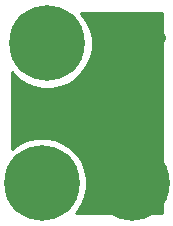
<source format=gbr>
%TF.GenerationSoftware,KiCad,Pcbnew,(5.1.6)-1*%
%TF.CreationDate,2021-05-10T20:56:14-04:00*%
%TF.ProjectId,magswitch,6d616773-7769-4746-9368-2e6b69636164,rev?*%
%TF.SameCoordinates,Original*%
%TF.FileFunction,Copper,L2,Bot*%
%TF.FilePolarity,Positive*%
%FSLAX46Y46*%
G04 Gerber Fmt 4.6, Leading zero omitted, Abs format (unit mm)*
G04 Created by KiCad (PCBNEW (5.1.6)-1) date 2021-05-10 20:56:14*
%MOMM*%
%LPD*%
G01*
G04 APERTURE LIST*
%TA.AperFunction,ComponentPad*%
%ADD10C,0.800000*%
%TD*%
%TA.AperFunction,ComponentPad*%
%ADD11C,6.400000*%
%TD*%
%TA.AperFunction,ViaPad*%
%ADD12C,0.762000*%
%TD*%
%TA.AperFunction,Conductor*%
%ADD13C,0.254000*%
%TD*%
G04 APERTURE END LIST*
D10*
%TO.P,H3,1*%
%TO.N,/IN*%
X-1653204Y16698296D03*
X-3350260Y17401240D03*
X-5047316Y16698296D03*
X-5750260Y15001240D03*
X-5047316Y13304184D03*
X-3350260Y12601240D03*
X-1653204Y13304184D03*
X-950260Y15001240D03*
D11*
X-3350260Y15001240D03*
%TD*%
D10*
%TO.P,H2,1*%
%TO.N,GND*%
X5496896Y4897456D03*
X3799840Y5600400D03*
X2102784Y4897456D03*
X1399840Y3200400D03*
X2102784Y1503344D03*
X3799840Y800400D03*
X5496896Y1503344D03*
X6199840Y3200400D03*
D11*
X3799840Y3200400D03*
%TD*%
D10*
%TO.P,H1,1*%
%TO.N,/OUT*%
X-2102784Y4897456D03*
X-3799840Y5600400D03*
X-5496896Y4897456D03*
X-6199840Y3200400D03*
X-5496896Y1503344D03*
X-3799840Y800400D03*
X-2102784Y1503344D03*
X-1399840Y3200400D03*
D11*
X-3799840Y3200400D03*
%TD*%
D12*
%TO.N,GND*%
X6350000Y15494000D03*
X6223000Y6477000D03*
X3429000Y11430000D03*
X1905000Y16383000D03*
%TD*%
D13*
%TO.N,GND*%
G36*
X6340240Y660000D02*
G01*
X-916731Y660000D01*
X-821001Y755730D01*
X-401307Y1383846D01*
X-112217Y2081772D01*
X35160Y2822685D01*
X35160Y3578115D01*
X-112217Y4319028D01*
X-401307Y5016954D01*
X-821001Y5645070D01*
X-1355170Y6179239D01*
X-1983286Y6598933D01*
X-2681212Y6888023D01*
X-3422125Y7035400D01*
X-4177555Y7035400D01*
X-4918468Y6888023D01*
X-5616394Y6598933D01*
X-6244510Y6179239D01*
X-6340240Y6083509D01*
X-6340240Y12573244D01*
X-6329099Y12556570D01*
X-5794930Y12022401D01*
X-5166814Y11602707D01*
X-4468888Y11313617D01*
X-3727975Y11166240D01*
X-2972545Y11166240D01*
X-2231632Y11313617D01*
X-1533706Y11602707D01*
X-905590Y12022401D01*
X-371421Y12556570D01*
X48273Y13184686D01*
X337363Y13882612D01*
X484740Y14623525D01*
X484740Y15378955D01*
X337363Y16119868D01*
X48273Y16817794D01*
X-371421Y17445910D01*
X-464611Y17539100D01*
X6340241Y17539100D01*
X6340240Y660000D01*
G37*
X6340240Y660000D02*
X-916731Y660000D01*
X-821001Y755730D01*
X-401307Y1383846D01*
X-112217Y2081772D01*
X35160Y2822685D01*
X35160Y3578115D01*
X-112217Y4319028D01*
X-401307Y5016954D01*
X-821001Y5645070D01*
X-1355170Y6179239D01*
X-1983286Y6598933D01*
X-2681212Y6888023D01*
X-3422125Y7035400D01*
X-4177555Y7035400D01*
X-4918468Y6888023D01*
X-5616394Y6598933D01*
X-6244510Y6179239D01*
X-6340240Y6083509D01*
X-6340240Y12573244D01*
X-6329099Y12556570D01*
X-5794930Y12022401D01*
X-5166814Y11602707D01*
X-4468888Y11313617D01*
X-3727975Y11166240D01*
X-2972545Y11166240D01*
X-2231632Y11313617D01*
X-1533706Y11602707D01*
X-905590Y12022401D01*
X-371421Y12556570D01*
X48273Y13184686D01*
X337363Y13882612D01*
X484740Y14623525D01*
X484740Y15378955D01*
X337363Y16119868D01*
X48273Y16817794D01*
X-371421Y17445910D01*
X-464611Y17539100D01*
X6340241Y17539100D01*
X6340240Y660000D01*
%TD*%
M02*

</source>
